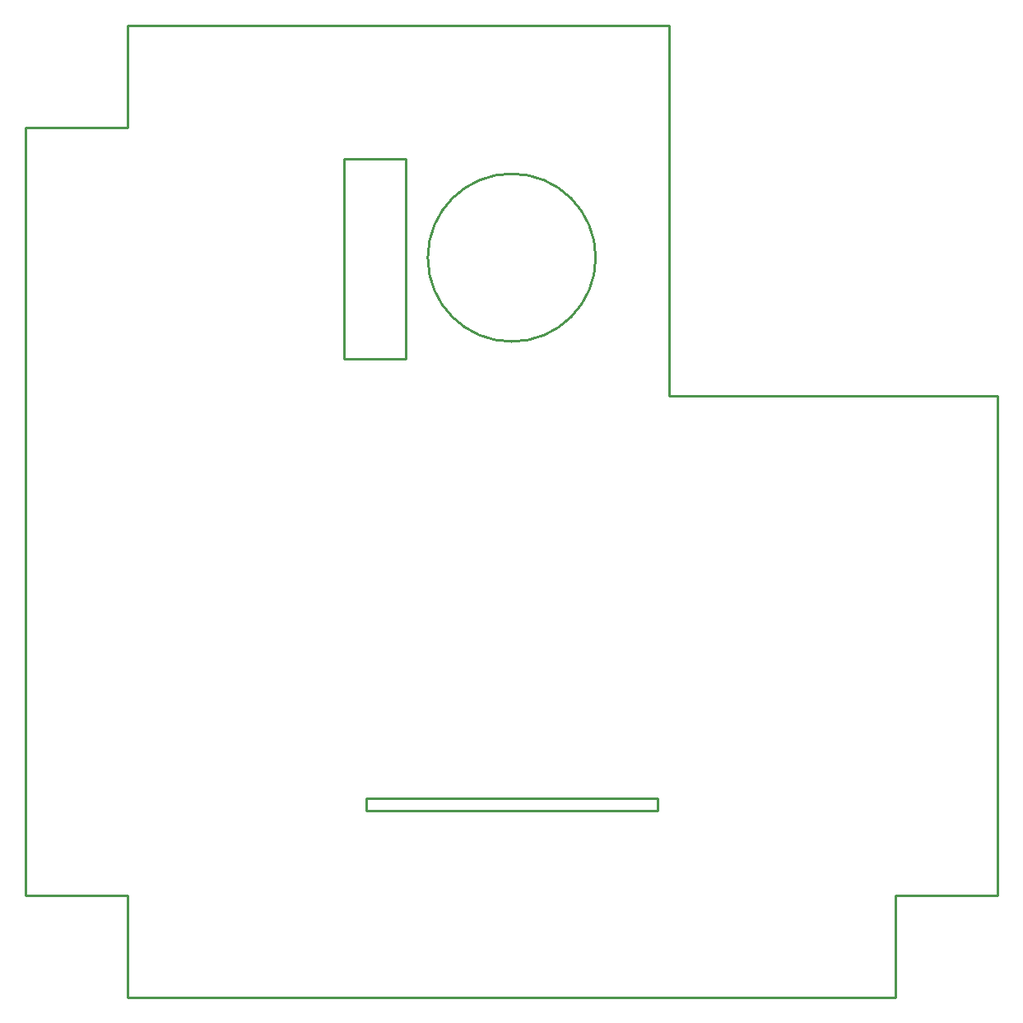
<source format=gbr>
%TF.GenerationSoftware,KiCad,Pcbnew,8.0.6*%
%TF.CreationDate,2025-02-02T22:45:33-05:00*%
%TF.ProjectId,payload_board,7061796c-6f61-4645-9f62-6f6172642e6b,1.0*%
%TF.SameCoordinates,Original*%
%TF.FileFunction,Profile,NP*%
%FSLAX46Y46*%
G04 Gerber Fmt 4.6, Leading zero omitted, Abs format (unit mm)*
G04 Created by KiCad (PCBNEW 8.0.6) date 2025-02-02 22:45:33*
%MOMM*%
%LPD*%
G01*
G04 APERTURE LIST*
%TA.AperFunction,Profile*%
%ADD10C,0.250000*%
%TD*%
G04 APERTURE END LIST*
D10*
X45712243Y-26714043D02*
X52123003Y-26714043D01*
X48000000Y-93750000D02*
X48000000Y-92490000D01*
X12978996Y-23470357D02*
X12978996Y-102470357D01*
X12978996Y-102470357D02*
X23478996Y-102470357D01*
X78000000Y-93750000D02*
X48000000Y-93750000D01*
X112978996Y-51081103D02*
X79161796Y-51081103D01*
X102478996Y-112970357D02*
X102478996Y-102470357D01*
X52123003Y-47288043D02*
X45712243Y-47288043D01*
X23481996Y-12995757D02*
X23478996Y-23470357D01*
X23478996Y-23470357D02*
X12978996Y-23470357D01*
X23478996Y-102470357D02*
X23478996Y-112970357D01*
X78000000Y-92490000D02*
X78000000Y-93750000D01*
X112978996Y-102470357D02*
X112978996Y-51081103D01*
X102478996Y-102470357D02*
X112978996Y-102470357D01*
X45712243Y-47288043D02*
X45712243Y-26714043D01*
X71627127Y-36864000D02*
G75*
G02*
X54355127Y-36864000I-8636000J0D01*
G01*
X54355127Y-36864000D02*
G75*
G02*
X71627127Y-36864000I8636000J0D01*
G01*
X52123003Y-26714043D02*
X52123003Y-47288043D01*
X48000000Y-92490000D02*
X78000000Y-92490000D01*
X79161796Y-12995757D02*
X23481996Y-12995757D01*
X23478996Y-112970357D02*
X102478996Y-112970357D01*
X79161796Y-51081103D02*
X79161796Y-12995757D01*
M02*

</source>
